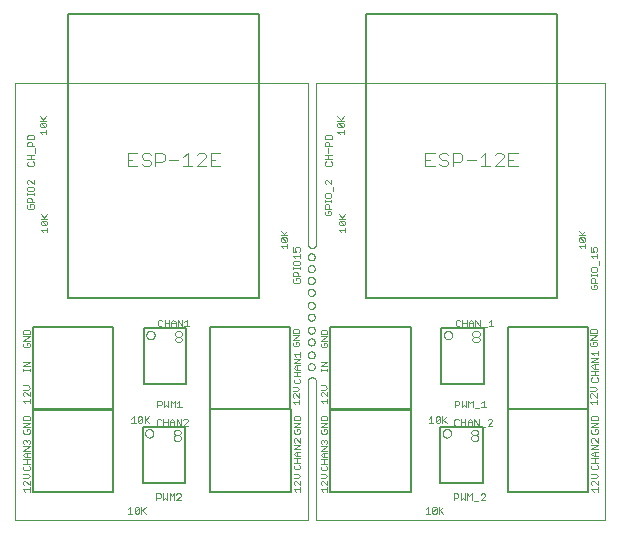
<source format=gto>
G75*
%MOIN*%
%OFA0B0*%
%FSLAX25Y25*%
%IPPOS*%
%LPD*%
%AMOC8*
5,1,8,0,0,1.08239X$1,22.5*
%
%ADD10C,0.00000*%
%ADD11C,0.00200*%
%ADD12C,0.00500*%
%ADD13C,0.00400*%
D10*
X0003787Y0004287D02*
X0003787Y0149957D01*
X0101425Y0149957D01*
X0101425Y0096413D01*
X0101427Y0096340D01*
X0101433Y0096267D01*
X0101443Y0096194D01*
X0101456Y0096122D01*
X0101474Y0096050D01*
X0101495Y0095980D01*
X0101520Y0095911D01*
X0101548Y0095844D01*
X0101580Y0095778D01*
X0101616Y0095713D01*
X0101655Y0095651D01*
X0101697Y0095591D01*
X0101742Y0095533D01*
X0101790Y0095478D01*
X0101842Y0095426D01*
X0101896Y0095376D01*
X0101952Y0095329D01*
X0102011Y0095285D01*
X0102072Y0095245D01*
X0102135Y0095208D01*
X0102200Y0095174D01*
X0102267Y0095143D01*
X0102336Y0095117D01*
X0102405Y0095094D01*
X0102476Y0095074D01*
X0102548Y0095059D01*
X0102620Y0095047D01*
X0102693Y0095039D01*
X0102766Y0095035D01*
X0102840Y0095035D01*
X0102913Y0095039D01*
X0102986Y0095047D01*
X0103058Y0095059D01*
X0103130Y0095074D01*
X0103201Y0095094D01*
X0103270Y0095117D01*
X0103339Y0095143D01*
X0103406Y0095174D01*
X0103471Y0095208D01*
X0103534Y0095245D01*
X0103595Y0095285D01*
X0103654Y0095329D01*
X0103710Y0095376D01*
X0103764Y0095426D01*
X0103816Y0095478D01*
X0103864Y0095533D01*
X0103909Y0095591D01*
X0103951Y0095651D01*
X0103990Y0095713D01*
X0104026Y0095778D01*
X0104058Y0095844D01*
X0104086Y0095911D01*
X0104111Y0095980D01*
X0104132Y0096050D01*
X0104150Y0096122D01*
X0104163Y0096194D01*
X0104173Y0096267D01*
X0104179Y0096340D01*
X0104181Y0096413D01*
X0104181Y0149957D01*
X0200638Y0149957D01*
X0200638Y0096413D01*
X0200638Y0050744D01*
X0200638Y0004287D01*
X0104181Y0004287D01*
X0104181Y0050744D01*
X0104169Y0050816D01*
X0104153Y0050888D01*
X0104133Y0050959D01*
X0104109Y0051029D01*
X0104082Y0051097D01*
X0104051Y0051164D01*
X0104016Y0051229D01*
X0103978Y0051293D01*
X0103937Y0051354D01*
X0103893Y0051413D01*
X0103846Y0051469D01*
X0103796Y0051523D01*
X0103743Y0051574D01*
X0103687Y0051622D01*
X0103629Y0051668D01*
X0103568Y0051710D01*
X0103506Y0051749D01*
X0103441Y0051784D01*
X0103375Y0051816D01*
X0103307Y0051845D01*
X0103238Y0051869D01*
X0103167Y0051891D01*
X0103095Y0051908D01*
X0103023Y0051921D01*
X0102950Y0051931D01*
X0102877Y0051937D01*
X0102803Y0051939D01*
X0102729Y0051937D01*
X0102656Y0051931D01*
X0102583Y0051921D01*
X0102511Y0051908D01*
X0102439Y0051891D01*
X0102368Y0051869D01*
X0102299Y0051845D01*
X0102231Y0051816D01*
X0102165Y0051784D01*
X0102100Y0051749D01*
X0102038Y0051710D01*
X0101977Y0051668D01*
X0101919Y0051622D01*
X0101863Y0051574D01*
X0101810Y0051523D01*
X0101760Y0051469D01*
X0101713Y0051413D01*
X0101669Y0051354D01*
X0101628Y0051293D01*
X0101590Y0051229D01*
X0101555Y0051164D01*
X0101524Y0051097D01*
X0101497Y0051029D01*
X0101473Y0050959D01*
X0101453Y0050888D01*
X0101437Y0050816D01*
X0101425Y0050744D01*
X0101425Y0004287D01*
X0003787Y0004287D01*
X0101425Y0055469D02*
X0101427Y0055538D01*
X0101433Y0055606D01*
X0101443Y0055674D01*
X0101457Y0055741D01*
X0101475Y0055808D01*
X0101496Y0055873D01*
X0101522Y0055937D01*
X0101551Y0055999D01*
X0101583Y0056059D01*
X0101619Y0056118D01*
X0101659Y0056174D01*
X0101701Y0056228D01*
X0101747Y0056279D01*
X0101796Y0056328D01*
X0101847Y0056374D01*
X0101901Y0056416D01*
X0101957Y0056456D01*
X0102015Y0056492D01*
X0102076Y0056524D01*
X0102138Y0056553D01*
X0102202Y0056579D01*
X0102267Y0056600D01*
X0102334Y0056618D01*
X0102401Y0056632D01*
X0102469Y0056642D01*
X0102537Y0056648D01*
X0102606Y0056650D01*
X0102675Y0056648D01*
X0102743Y0056642D01*
X0102811Y0056632D01*
X0102878Y0056618D01*
X0102945Y0056600D01*
X0103010Y0056579D01*
X0103074Y0056553D01*
X0103136Y0056524D01*
X0103196Y0056492D01*
X0103255Y0056456D01*
X0103311Y0056416D01*
X0103365Y0056374D01*
X0103416Y0056328D01*
X0103465Y0056279D01*
X0103511Y0056228D01*
X0103553Y0056174D01*
X0103593Y0056118D01*
X0103629Y0056059D01*
X0103661Y0055999D01*
X0103690Y0055937D01*
X0103716Y0055873D01*
X0103737Y0055808D01*
X0103755Y0055741D01*
X0103769Y0055674D01*
X0103779Y0055606D01*
X0103785Y0055538D01*
X0103787Y0055469D01*
X0103785Y0055400D01*
X0103779Y0055332D01*
X0103769Y0055264D01*
X0103755Y0055197D01*
X0103737Y0055130D01*
X0103716Y0055065D01*
X0103690Y0055001D01*
X0103661Y0054939D01*
X0103629Y0054878D01*
X0103593Y0054820D01*
X0103553Y0054764D01*
X0103511Y0054710D01*
X0103465Y0054659D01*
X0103416Y0054610D01*
X0103365Y0054564D01*
X0103311Y0054522D01*
X0103255Y0054482D01*
X0103197Y0054446D01*
X0103136Y0054414D01*
X0103074Y0054385D01*
X0103010Y0054359D01*
X0102945Y0054338D01*
X0102878Y0054320D01*
X0102811Y0054306D01*
X0102743Y0054296D01*
X0102675Y0054290D01*
X0102606Y0054288D01*
X0102537Y0054290D01*
X0102469Y0054296D01*
X0102401Y0054306D01*
X0102334Y0054320D01*
X0102267Y0054338D01*
X0102202Y0054359D01*
X0102138Y0054385D01*
X0102076Y0054414D01*
X0102015Y0054446D01*
X0101957Y0054482D01*
X0101901Y0054522D01*
X0101847Y0054564D01*
X0101796Y0054610D01*
X0101747Y0054659D01*
X0101701Y0054710D01*
X0101659Y0054764D01*
X0101619Y0054820D01*
X0101583Y0054878D01*
X0101551Y0054939D01*
X0101522Y0055001D01*
X0101496Y0055065D01*
X0101475Y0055130D01*
X0101457Y0055197D01*
X0101443Y0055264D01*
X0101433Y0055332D01*
X0101427Y0055400D01*
X0101425Y0055469D01*
X0101425Y0059406D02*
X0101427Y0059475D01*
X0101433Y0059543D01*
X0101443Y0059611D01*
X0101457Y0059678D01*
X0101475Y0059745D01*
X0101496Y0059810D01*
X0101522Y0059874D01*
X0101551Y0059936D01*
X0101583Y0059996D01*
X0101619Y0060055D01*
X0101659Y0060111D01*
X0101701Y0060165D01*
X0101747Y0060216D01*
X0101796Y0060265D01*
X0101847Y0060311D01*
X0101901Y0060353D01*
X0101957Y0060393D01*
X0102015Y0060429D01*
X0102076Y0060461D01*
X0102138Y0060490D01*
X0102202Y0060516D01*
X0102267Y0060537D01*
X0102334Y0060555D01*
X0102401Y0060569D01*
X0102469Y0060579D01*
X0102537Y0060585D01*
X0102606Y0060587D01*
X0102675Y0060585D01*
X0102743Y0060579D01*
X0102811Y0060569D01*
X0102878Y0060555D01*
X0102945Y0060537D01*
X0103010Y0060516D01*
X0103074Y0060490D01*
X0103136Y0060461D01*
X0103196Y0060429D01*
X0103255Y0060393D01*
X0103311Y0060353D01*
X0103365Y0060311D01*
X0103416Y0060265D01*
X0103465Y0060216D01*
X0103511Y0060165D01*
X0103553Y0060111D01*
X0103593Y0060055D01*
X0103629Y0059996D01*
X0103661Y0059936D01*
X0103690Y0059874D01*
X0103716Y0059810D01*
X0103737Y0059745D01*
X0103755Y0059678D01*
X0103769Y0059611D01*
X0103779Y0059543D01*
X0103785Y0059475D01*
X0103787Y0059406D01*
X0103785Y0059337D01*
X0103779Y0059269D01*
X0103769Y0059201D01*
X0103755Y0059134D01*
X0103737Y0059067D01*
X0103716Y0059002D01*
X0103690Y0058938D01*
X0103661Y0058876D01*
X0103629Y0058815D01*
X0103593Y0058757D01*
X0103553Y0058701D01*
X0103511Y0058647D01*
X0103465Y0058596D01*
X0103416Y0058547D01*
X0103365Y0058501D01*
X0103311Y0058459D01*
X0103255Y0058419D01*
X0103197Y0058383D01*
X0103136Y0058351D01*
X0103074Y0058322D01*
X0103010Y0058296D01*
X0102945Y0058275D01*
X0102878Y0058257D01*
X0102811Y0058243D01*
X0102743Y0058233D01*
X0102675Y0058227D01*
X0102606Y0058225D01*
X0102537Y0058227D01*
X0102469Y0058233D01*
X0102401Y0058243D01*
X0102334Y0058257D01*
X0102267Y0058275D01*
X0102202Y0058296D01*
X0102138Y0058322D01*
X0102076Y0058351D01*
X0102015Y0058383D01*
X0101957Y0058419D01*
X0101901Y0058459D01*
X0101847Y0058501D01*
X0101796Y0058547D01*
X0101747Y0058596D01*
X0101701Y0058647D01*
X0101659Y0058701D01*
X0101619Y0058757D01*
X0101583Y0058815D01*
X0101551Y0058876D01*
X0101522Y0058938D01*
X0101496Y0059002D01*
X0101475Y0059067D01*
X0101457Y0059134D01*
X0101443Y0059201D01*
X0101433Y0059269D01*
X0101427Y0059337D01*
X0101425Y0059406D01*
X0101425Y0063736D02*
X0101427Y0063805D01*
X0101433Y0063873D01*
X0101443Y0063941D01*
X0101457Y0064008D01*
X0101475Y0064075D01*
X0101496Y0064140D01*
X0101522Y0064204D01*
X0101551Y0064266D01*
X0101583Y0064326D01*
X0101619Y0064385D01*
X0101659Y0064441D01*
X0101701Y0064495D01*
X0101747Y0064546D01*
X0101796Y0064595D01*
X0101847Y0064641D01*
X0101901Y0064683D01*
X0101957Y0064723D01*
X0102015Y0064759D01*
X0102076Y0064791D01*
X0102138Y0064820D01*
X0102202Y0064846D01*
X0102267Y0064867D01*
X0102334Y0064885D01*
X0102401Y0064899D01*
X0102469Y0064909D01*
X0102537Y0064915D01*
X0102606Y0064917D01*
X0102675Y0064915D01*
X0102743Y0064909D01*
X0102811Y0064899D01*
X0102878Y0064885D01*
X0102945Y0064867D01*
X0103010Y0064846D01*
X0103074Y0064820D01*
X0103136Y0064791D01*
X0103196Y0064759D01*
X0103255Y0064723D01*
X0103311Y0064683D01*
X0103365Y0064641D01*
X0103416Y0064595D01*
X0103465Y0064546D01*
X0103511Y0064495D01*
X0103553Y0064441D01*
X0103593Y0064385D01*
X0103629Y0064326D01*
X0103661Y0064266D01*
X0103690Y0064204D01*
X0103716Y0064140D01*
X0103737Y0064075D01*
X0103755Y0064008D01*
X0103769Y0063941D01*
X0103779Y0063873D01*
X0103785Y0063805D01*
X0103787Y0063736D01*
X0103785Y0063667D01*
X0103779Y0063599D01*
X0103769Y0063531D01*
X0103755Y0063464D01*
X0103737Y0063397D01*
X0103716Y0063332D01*
X0103690Y0063268D01*
X0103661Y0063206D01*
X0103629Y0063145D01*
X0103593Y0063087D01*
X0103553Y0063031D01*
X0103511Y0062977D01*
X0103465Y0062926D01*
X0103416Y0062877D01*
X0103365Y0062831D01*
X0103311Y0062789D01*
X0103255Y0062749D01*
X0103197Y0062713D01*
X0103136Y0062681D01*
X0103074Y0062652D01*
X0103010Y0062626D01*
X0102945Y0062605D01*
X0102878Y0062587D01*
X0102811Y0062573D01*
X0102743Y0062563D01*
X0102675Y0062557D01*
X0102606Y0062555D01*
X0102537Y0062557D01*
X0102469Y0062563D01*
X0102401Y0062573D01*
X0102334Y0062587D01*
X0102267Y0062605D01*
X0102202Y0062626D01*
X0102138Y0062652D01*
X0102076Y0062681D01*
X0102015Y0062713D01*
X0101957Y0062749D01*
X0101901Y0062789D01*
X0101847Y0062831D01*
X0101796Y0062877D01*
X0101747Y0062926D01*
X0101701Y0062977D01*
X0101659Y0063031D01*
X0101619Y0063087D01*
X0101583Y0063145D01*
X0101551Y0063206D01*
X0101522Y0063268D01*
X0101496Y0063332D01*
X0101475Y0063397D01*
X0101457Y0063464D01*
X0101443Y0063531D01*
X0101433Y0063599D01*
X0101427Y0063667D01*
X0101425Y0063736D01*
X0101425Y0067673D02*
X0101427Y0067742D01*
X0101433Y0067810D01*
X0101443Y0067878D01*
X0101457Y0067945D01*
X0101475Y0068012D01*
X0101496Y0068077D01*
X0101522Y0068141D01*
X0101551Y0068203D01*
X0101583Y0068263D01*
X0101619Y0068322D01*
X0101659Y0068378D01*
X0101701Y0068432D01*
X0101747Y0068483D01*
X0101796Y0068532D01*
X0101847Y0068578D01*
X0101901Y0068620D01*
X0101957Y0068660D01*
X0102015Y0068696D01*
X0102076Y0068728D01*
X0102138Y0068757D01*
X0102202Y0068783D01*
X0102267Y0068804D01*
X0102334Y0068822D01*
X0102401Y0068836D01*
X0102469Y0068846D01*
X0102537Y0068852D01*
X0102606Y0068854D01*
X0102675Y0068852D01*
X0102743Y0068846D01*
X0102811Y0068836D01*
X0102878Y0068822D01*
X0102945Y0068804D01*
X0103010Y0068783D01*
X0103074Y0068757D01*
X0103136Y0068728D01*
X0103196Y0068696D01*
X0103255Y0068660D01*
X0103311Y0068620D01*
X0103365Y0068578D01*
X0103416Y0068532D01*
X0103465Y0068483D01*
X0103511Y0068432D01*
X0103553Y0068378D01*
X0103593Y0068322D01*
X0103629Y0068263D01*
X0103661Y0068203D01*
X0103690Y0068141D01*
X0103716Y0068077D01*
X0103737Y0068012D01*
X0103755Y0067945D01*
X0103769Y0067878D01*
X0103779Y0067810D01*
X0103785Y0067742D01*
X0103787Y0067673D01*
X0103785Y0067604D01*
X0103779Y0067536D01*
X0103769Y0067468D01*
X0103755Y0067401D01*
X0103737Y0067334D01*
X0103716Y0067269D01*
X0103690Y0067205D01*
X0103661Y0067143D01*
X0103629Y0067082D01*
X0103593Y0067024D01*
X0103553Y0066968D01*
X0103511Y0066914D01*
X0103465Y0066863D01*
X0103416Y0066814D01*
X0103365Y0066768D01*
X0103311Y0066726D01*
X0103255Y0066686D01*
X0103197Y0066650D01*
X0103136Y0066618D01*
X0103074Y0066589D01*
X0103010Y0066563D01*
X0102945Y0066542D01*
X0102878Y0066524D01*
X0102811Y0066510D01*
X0102743Y0066500D01*
X0102675Y0066494D01*
X0102606Y0066492D01*
X0102537Y0066494D01*
X0102469Y0066500D01*
X0102401Y0066510D01*
X0102334Y0066524D01*
X0102267Y0066542D01*
X0102202Y0066563D01*
X0102138Y0066589D01*
X0102076Y0066618D01*
X0102015Y0066650D01*
X0101957Y0066686D01*
X0101901Y0066726D01*
X0101847Y0066768D01*
X0101796Y0066814D01*
X0101747Y0066863D01*
X0101701Y0066914D01*
X0101659Y0066968D01*
X0101619Y0067024D01*
X0101583Y0067082D01*
X0101551Y0067143D01*
X0101522Y0067205D01*
X0101496Y0067269D01*
X0101475Y0067334D01*
X0101457Y0067401D01*
X0101443Y0067468D01*
X0101433Y0067536D01*
X0101427Y0067604D01*
X0101425Y0067673D01*
X0101425Y0072004D02*
X0101427Y0072073D01*
X0101433Y0072141D01*
X0101443Y0072209D01*
X0101457Y0072276D01*
X0101475Y0072343D01*
X0101496Y0072408D01*
X0101522Y0072472D01*
X0101551Y0072534D01*
X0101583Y0072594D01*
X0101619Y0072653D01*
X0101659Y0072709D01*
X0101701Y0072763D01*
X0101747Y0072814D01*
X0101796Y0072863D01*
X0101847Y0072909D01*
X0101901Y0072951D01*
X0101957Y0072991D01*
X0102015Y0073027D01*
X0102076Y0073059D01*
X0102138Y0073088D01*
X0102202Y0073114D01*
X0102267Y0073135D01*
X0102334Y0073153D01*
X0102401Y0073167D01*
X0102469Y0073177D01*
X0102537Y0073183D01*
X0102606Y0073185D01*
X0102675Y0073183D01*
X0102743Y0073177D01*
X0102811Y0073167D01*
X0102878Y0073153D01*
X0102945Y0073135D01*
X0103010Y0073114D01*
X0103074Y0073088D01*
X0103136Y0073059D01*
X0103196Y0073027D01*
X0103255Y0072991D01*
X0103311Y0072951D01*
X0103365Y0072909D01*
X0103416Y0072863D01*
X0103465Y0072814D01*
X0103511Y0072763D01*
X0103553Y0072709D01*
X0103593Y0072653D01*
X0103629Y0072594D01*
X0103661Y0072534D01*
X0103690Y0072472D01*
X0103716Y0072408D01*
X0103737Y0072343D01*
X0103755Y0072276D01*
X0103769Y0072209D01*
X0103779Y0072141D01*
X0103785Y0072073D01*
X0103787Y0072004D01*
X0103785Y0071935D01*
X0103779Y0071867D01*
X0103769Y0071799D01*
X0103755Y0071732D01*
X0103737Y0071665D01*
X0103716Y0071600D01*
X0103690Y0071536D01*
X0103661Y0071474D01*
X0103629Y0071413D01*
X0103593Y0071355D01*
X0103553Y0071299D01*
X0103511Y0071245D01*
X0103465Y0071194D01*
X0103416Y0071145D01*
X0103365Y0071099D01*
X0103311Y0071057D01*
X0103255Y0071017D01*
X0103197Y0070981D01*
X0103136Y0070949D01*
X0103074Y0070920D01*
X0103010Y0070894D01*
X0102945Y0070873D01*
X0102878Y0070855D01*
X0102811Y0070841D01*
X0102743Y0070831D01*
X0102675Y0070825D01*
X0102606Y0070823D01*
X0102537Y0070825D01*
X0102469Y0070831D01*
X0102401Y0070841D01*
X0102334Y0070855D01*
X0102267Y0070873D01*
X0102202Y0070894D01*
X0102138Y0070920D01*
X0102076Y0070949D01*
X0102015Y0070981D01*
X0101957Y0071017D01*
X0101901Y0071057D01*
X0101847Y0071099D01*
X0101796Y0071145D01*
X0101747Y0071194D01*
X0101701Y0071245D01*
X0101659Y0071299D01*
X0101619Y0071355D01*
X0101583Y0071413D01*
X0101551Y0071474D01*
X0101522Y0071536D01*
X0101496Y0071600D01*
X0101475Y0071665D01*
X0101457Y0071732D01*
X0101443Y0071799D01*
X0101433Y0071867D01*
X0101427Y0071935D01*
X0101425Y0072004D01*
X0101425Y0075941D02*
X0101427Y0076010D01*
X0101433Y0076078D01*
X0101443Y0076146D01*
X0101457Y0076213D01*
X0101475Y0076280D01*
X0101496Y0076345D01*
X0101522Y0076409D01*
X0101551Y0076471D01*
X0101583Y0076531D01*
X0101619Y0076590D01*
X0101659Y0076646D01*
X0101701Y0076700D01*
X0101747Y0076751D01*
X0101796Y0076800D01*
X0101847Y0076846D01*
X0101901Y0076888D01*
X0101957Y0076928D01*
X0102015Y0076964D01*
X0102076Y0076996D01*
X0102138Y0077025D01*
X0102202Y0077051D01*
X0102267Y0077072D01*
X0102334Y0077090D01*
X0102401Y0077104D01*
X0102469Y0077114D01*
X0102537Y0077120D01*
X0102606Y0077122D01*
X0102675Y0077120D01*
X0102743Y0077114D01*
X0102811Y0077104D01*
X0102878Y0077090D01*
X0102945Y0077072D01*
X0103010Y0077051D01*
X0103074Y0077025D01*
X0103136Y0076996D01*
X0103196Y0076964D01*
X0103255Y0076928D01*
X0103311Y0076888D01*
X0103365Y0076846D01*
X0103416Y0076800D01*
X0103465Y0076751D01*
X0103511Y0076700D01*
X0103553Y0076646D01*
X0103593Y0076590D01*
X0103629Y0076531D01*
X0103661Y0076471D01*
X0103690Y0076409D01*
X0103716Y0076345D01*
X0103737Y0076280D01*
X0103755Y0076213D01*
X0103769Y0076146D01*
X0103779Y0076078D01*
X0103785Y0076010D01*
X0103787Y0075941D01*
X0103785Y0075872D01*
X0103779Y0075804D01*
X0103769Y0075736D01*
X0103755Y0075669D01*
X0103737Y0075602D01*
X0103716Y0075537D01*
X0103690Y0075473D01*
X0103661Y0075411D01*
X0103629Y0075350D01*
X0103593Y0075292D01*
X0103553Y0075236D01*
X0103511Y0075182D01*
X0103465Y0075131D01*
X0103416Y0075082D01*
X0103365Y0075036D01*
X0103311Y0074994D01*
X0103255Y0074954D01*
X0103197Y0074918D01*
X0103136Y0074886D01*
X0103074Y0074857D01*
X0103010Y0074831D01*
X0102945Y0074810D01*
X0102878Y0074792D01*
X0102811Y0074778D01*
X0102743Y0074768D01*
X0102675Y0074762D01*
X0102606Y0074760D01*
X0102537Y0074762D01*
X0102469Y0074768D01*
X0102401Y0074778D01*
X0102334Y0074792D01*
X0102267Y0074810D01*
X0102202Y0074831D01*
X0102138Y0074857D01*
X0102076Y0074886D01*
X0102015Y0074918D01*
X0101957Y0074954D01*
X0101901Y0074994D01*
X0101847Y0075036D01*
X0101796Y0075082D01*
X0101747Y0075131D01*
X0101701Y0075182D01*
X0101659Y0075236D01*
X0101619Y0075292D01*
X0101583Y0075350D01*
X0101551Y0075411D01*
X0101522Y0075473D01*
X0101496Y0075537D01*
X0101475Y0075602D01*
X0101457Y0075669D01*
X0101443Y0075736D01*
X0101433Y0075804D01*
X0101427Y0075872D01*
X0101425Y0075941D01*
X0101425Y0080272D02*
X0101427Y0080341D01*
X0101433Y0080409D01*
X0101443Y0080477D01*
X0101457Y0080544D01*
X0101475Y0080611D01*
X0101496Y0080676D01*
X0101522Y0080740D01*
X0101551Y0080802D01*
X0101583Y0080862D01*
X0101619Y0080921D01*
X0101659Y0080977D01*
X0101701Y0081031D01*
X0101747Y0081082D01*
X0101796Y0081131D01*
X0101847Y0081177D01*
X0101901Y0081219D01*
X0101957Y0081259D01*
X0102015Y0081295D01*
X0102076Y0081327D01*
X0102138Y0081356D01*
X0102202Y0081382D01*
X0102267Y0081403D01*
X0102334Y0081421D01*
X0102401Y0081435D01*
X0102469Y0081445D01*
X0102537Y0081451D01*
X0102606Y0081453D01*
X0102675Y0081451D01*
X0102743Y0081445D01*
X0102811Y0081435D01*
X0102878Y0081421D01*
X0102945Y0081403D01*
X0103010Y0081382D01*
X0103074Y0081356D01*
X0103136Y0081327D01*
X0103196Y0081295D01*
X0103255Y0081259D01*
X0103311Y0081219D01*
X0103365Y0081177D01*
X0103416Y0081131D01*
X0103465Y0081082D01*
X0103511Y0081031D01*
X0103553Y0080977D01*
X0103593Y0080921D01*
X0103629Y0080862D01*
X0103661Y0080802D01*
X0103690Y0080740D01*
X0103716Y0080676D01*
X0103737Y0080611D01*
X0103755Y0080544D01*
X0103769Y0080477D01*
X0103779Y0080409D01*
X0103785Y0080341D01*
X0103787Y0080272D01*
X0103785Y0080203D01*
X0103779Y0080135D01*
X0103769Y0080067D01*
X0103755Y0080000D01*
X0103737Y0079933D01*
X0103716Y0079868D01*
X0103690Y0079804D01*
X0103661Y0079742D01*
X0103629Y0079681D01*
X0103593Y0079623D01*
X0103553Y0079567D01*
X0103511Y0079513D01*
X0103465Y0079462D01*
X0103416Y0079413D01*
X0103365Y0079367D01*
X0103311Y0079325D01*
X0103255Y0079285D01*
X0103197Y0079249D01*
X0103136Y0079217D01*
X0103074Y0079188D01*
X0103010Y0079162D01*
X0102945Y0079141D01*
X0102878Y0079123D01*
X0102811Y0079109D01*
X0102743Y0079099D01*
X0102675Y0079093D01*
X0102606Y0079091D01*
X0102537Y0079093D01*
X0102469Y0079099D01*
X0102401Y0079109D01*
X0102334Y0079123D01*
X0102267Y0079141D01*
X0102202Y0079162D01*
X0102138Y0079188D01*
X0102076Y0079217D01*
X0102015Y0079249D01*
X0101957Y0079285D01*
X0101901Y0079325D01*
X0101847Y0079367D01*
X0101796Y0079413D01*
X0101747Y0079462D01*
X0101701Y0079513D01*
X0101659Y0079567D01*
X0101619Y0079623D01*
X0101583Y0079681D01*
X0101551Y0079742D01*
X0101522Y0079804D01*
X0101496Y0079868D01*
X0101475Y0079933D01*
X0101457Y0080000D01*
X0101443Y0080067D01*
X0101433Y0080135D01*
X0101427Y0080203D01*
X0101425Y0080272D01*
X0101425Y0084209D02*
X0101427Y0084278D01*
X0101433Y0084346D01*
X0101443Y0084414D01*
X0101457Y0084481D01*
X0101475Y0084548D01*
X0101496Y0084613D01*
X0101522Y0084677D01*
X0101551Y0084739D01*
X0101583Y0084799D01*
X0101619Y0084858D01*
X0101659Y0084914D01*
X0101701Y0084968D01*
X0101747Y0085019D01*
X0101796Y0085068D01*
X0101847Y0085114D01*
X0101901Y0085156D01*
X0101957Y0085196D01*
X0102015Y0085232D01*
X0102076Y0085264D01*
X0102138Y0085293D01*
X0102202Y0085319D01*
X0102267Y0085340D01*
X0102334Y0085358D01*
X0102401Y0085372D01*
X0102469Y0085382D01*
X0102537Y0085388D01*
X0102606Y0085390D01*
X0102675Y0085388D01*
X0102743Y0085382D01*
X0102811Y0085372D01*
X0102878Y0085358D01*
X0102945Y0085340D01*
X0103010Y0085319D01*
X0103074Y0085293D01*
X0103136Y0085264D01*
X0103196Y0085232D01*
X0103255Y0085196D01*
X0103311Y0085156D01*
X0103365Y0085114D01*
X0103416Y0085068D01*
X0103465Y0085019D01*
X0103511Y0084968D01*
X0103553Y0084914D01*
X0103593Y0084858D01*
X0103629Y0084799D01*
X0103661Y0084739D01*
X0103690Y0084677D01*
X0103716Y0084613D01*
X0103737Y0084548D01*
X0103755Y0084481D01*
X0103769Y0084414D01*
X0103779Y0084346D01*
X0103785Y0084278D01*
X0103787Y0084209D01*
X0103785Y0084140D01*
X0103779Y0084072D01*
X0103769Y0084004D01*
X0103755Y0083937D01*
X0103737Y0083870D01*
X0103716Y0083805D01*
X0103690Y0083741D01*
X0103661Y0083679D01*
X0103629Y0083618D01*
X0103593Y0083560D01*
X0103553Y0083504D01*
X0103511Y0083450D01*
X0103465Y0083399D01*
X0103416Y0083350D01*
X0103365Y0083304D01*
X0103311Y0083262D01*
X0103255Y0083222D01*
X0103197Y0083186D01*
X0103136Y0083154D01*
X0103074Y0083125D01*
X0103010Y0083099D01*
X0102945Y0083078D01*
X0102878Y0083060D01*
X0102811Y0083046D01*
X0102743Y0083036D01*
X0102675Y0083030D01*
X0102606Y0083028D01*
X0102537Y0083030D01*
X0102469Y0083036D01*
X0102401Y0083046D01*
X0102334Y0083060D01*
X0102267Y0083078D01*
X0102202Y0083099D01*
X0102138Y0083125D01*
X0102076Y0083154D01*
X0102015Y0083186D01*
X0101957Y0083222D01*
X0101901Y0083262D01*
X0101847Y0083304D01*
X0101796Y0083350D01*
X0101747Y0083399D01*
X0101701Y0083450D01*
X0101659Y0083504D01*
X0101619Y0083560D01*
X0101583Y0083618D01*
X0101551Y0083679D01*
X0101522Y0083741D01*
X0101496Y0083805D01*
X0101475Y0083870D01*
X0101457Y0083937D01*
X0101443Y0084004D01*
X0101433Y0084072D01*
X0101427Y0084140D01*
X0101425Y0084209D01*
X0101425Y0088146D02*
X0101427Y0088215D01*
X0101433Y0088283D01*
X0101443Y0088351D01*
X0101457Y0088418D01*
X0101475Y0088485D01*
X0101496Y0088550D01*
X0101522Y0088614D01*
X0101551Y0088676D01*
X0101583Y0088736D01*
X0101619Y0088795D01*
X0101659Y0088851D01*
X0101701Y0088905D01*
X0101747Y0088956D01*
X0101796Y0089005D01*
X0101847Y0089051D01*
X0101901Y0089093D01*
X0101957Y0089133D01*
X0102015Y0089169D01*
X0102076Y0089201D01*
X0102138Y0089230D01*
X0102202Y0089256D01*
X0102267Y0089277D01*
X0102334Y0089295D01*
X0102401Y0089309D01*
X0102469Y0089319D01*
X0102537Y0089325D01*
X0102606Y0089327D01*
X0102675Y0089325D01*
X0102743Y0089319D01*
X0102811Y0089309D01*
X0102878Y0089295D01*
X0102945Y0089277D01*
X0103010Y0089256D01*
X0103074Y0089230D01*
X0103136Y0089201D01*
X0103196Y0089169D01*
X0103255Y0089133D01*
X0103311Y0089093D01*
X0103365Y0089051D01*
X0103416Y0089005D01*
X0103465Y0088956D01*
X0103511Y0088905D01*
X0103553Y0088851D01*
X0103593Y0088795D01*
X0103629Y0088736D01*
X0103661Y0088676D01*
X0103690Y0088614D01*
X0103716Y0088550D01*
X0103737Y0088485D01*
X0103755Y0088418D01*
X0103769Y0088351D01*
X0103779Y0088283D01*
X0103785Y0088215D01*
X0103787Y0088146D01*
X0103785Y0088077D01*
X0103779Y0088009D01*
X0103769Y0087941D01*
X0103755Y0087874D01*
X0103737Y0087807D01*
X0103716Y0087742D01*
X0103690Y0087678D01*
X0103661Y0087616D01*
X0103629Y0087555D01*
X0103593Y0087497D01*
X0103553Y0087441D01*
X0103511Y0087387D01*
X0103465Y0087336D01*
X0103416Y0087287D01*
X0103365Y0087241D01*
X0103311Y0087199D01*
X0103255Y0087159D01*
X0103197Y0087123D01*
X0103136Y0087091D01*
X0103074Y0087062D01*
X0103010Y0087036D01*
X0102945Y0087015D01*
X0102878Y0086997D01*
X0102811Y0086983D01*
X0102743Y0086973D01*
X0102675Y0086967D01*
X0102606Y0086965D01*
X0102537Y0086967D01*
X0102469Y0086973D01*
X0102401Y0086983D01*
X0102334Y0086997D01*
X0102267Y0087015D01*
X0102202Y0087036D01*
X0102138Y0087062D01*
X0102076Y0087091D01*
X0102015Y0087123D01*
X0101957Y0087159D01*
X0101901Y0087199D01*
X0101847Y0087241D01*
X0101796Y0087287D01*
X0101747Y0087336D01*
X0101701Y0087387D01*
X0101659Y0087441D01*
X0101619Y0087497D01*
X0101583Y0087555D01*
X0101551Y0087616D01*
X0101522Y0087678D01*
X0101496Y0087742D01*
X0101475Y0087807D01*
X0101457Y0087874D01*
X0101443Y0087941D01*
X0101433Y0088009D01*
X0101427Y0088077D01*
X0101425Y0088146D01*
X0101425Y0092083D02*
X0101427Y0092152D01*
X0101433Y0092220D01*
X0101443Y0092288D01*
X0101457Y0092355D01*
X0101475Y0092422D01*
X0101496Y0092487D01*
X0101522Y0092551D01*
X0101551Y0092613D01*
X0101583Y0092673D01*
X0101619Y0092732D01*
X0101659Y0092788D01*
X0101701Y0092842D01*
X0101747Y0092893D01*
X0101796Y0092942D01*
X0101847Y0092988D01*
X0101901Y0093030D01*
X0101957Y0093070D01*
X0102015Y0093106D01*
X0102076Y0093138D01*
X0102138Y0093167D01*
X0102202Y0093193D01*
X0102267Y0093214D01*
X0102334Y0093232D01*
X0102401Y0093246D01*
X0102469Y0093256D01*
X0102537Y0093262D01*
X0102606Y0093264D01*
X0102675Y0093262D01*
X0102743Y0093256D01*
X0102811Y0093246D01*
X0102878Y0093232D01*
X0102945Y0093214D01*
X0103010Y0093193D01*
X0103074Y0093167D01*
X0103136Y0093138D01*
X0103196Y0093106D01*
X0103255Y0093070D01*
X0103311Y0093030D01*
X0103365Y0092988D01*
X0103416Y0092942D01*
X0103465Y0092893D01*
X0103511Y0092842D01*
X0103553Y0092788D01*
X0103593Y0092732D01*
X0103629Y0092673D01*
X0103661Y0092613D01*
X0103690Y0092551D01*
X0103716Y0092487D01*
X0103737Y0092422D01*
X0103755Y0092355D01*
X0103769Y0092288D01*
X0103779Y0092220D01*
X0103785Y0092152D01*
X0103787Y0092083D01*
X0103785Y0092014D01*
X0103779Y0091946D01*
X0103769Y0091878D01*
X0103755Y0091811D01*
X0103737Y0091744D01*
X0103716Y0091679D01*
X0103690Y0091615D01*
X0103661Y0091553D01*
X0103629Y0091492D01*
X0103593Y0091434D01*
X0103553Y0091378D01*
X0103511Y0091324D01*
X0103465Y0091273D01*
X0103416Y0091224D01*
X0103365Y0091178D01*
X0103311Y0091136D01*
X0103255Y0091096D01*
X0103197Y0091060D01*
X0103136Y0091028D01*
X0103074Y0090999D01*
X0103010Y0090973D01*
X0102945Y0090952D01*
X0102878Y0090934D01*
X0102811Y0090920D01*
X0102743Y0090910D01*
X0102675Y0090904D01*
X0102606Y0090902D01*
X0102537Y0090904D01*
X0102469Y0090910D01*
X0102401Y0090920D01*
X0102334Y0090934D01*
X0102267Y0090952D01*
X0102202Y0090973D01*
X0102138Y0090999D01*
X0102076Y0091028D01*
X0102015Y0091060D01*
X0101957Y0091096D01*
X0101901Y0091136D01*
X0101847Y0091178D01*
X0101796Y0091224D01*
X0101747Y0091273D01*
X0101701Y0091324D01*
X0101659Y0091378D01*
X0101619Y0091434D01*
X0101583Y0091492D01*
X0101551Y0091553D01*
X0101522Y0091615D01*
X0101496Y0091679D01*
X0101475Y0091744D01*
X0101457Y0091811D01*
X0101443Y0091878D01*
X0101433Y0091946D01*
X0101427Y0092014D01*
X0101425Y0092083D01*
D11*
X0098784Y0092335D02*
X0096582Y0092335D01*
X0097316Y0091601D01*
X0096949Y0090859D02*
X0096582Y0090493D01*
X0096582Y0089759D01*
X0096949Y0089392D01*
X0098417Y0089392D01*
X0098784Y0089759D01*
X0098784Y0090493D01*
X0098417Y0090859D01*
X0096949Y0090859D01*
X0098784Y0091601D02*
X0098784Y0093069D01*
X0098417Y0093811D02*
X0098784Y0094178D01*
X0098784Y0094912D01*
X0098417Y0095279D01*
X0097683Y0095279D01*
X0097316Y0094912D01*
X0097316Y0094545D01*
X0097683Y0093811D01*
X0096582Y0093811D01*
X0096582Y0095279D01*
X0094690Y0095637D02*
X0092488Y0095637D01*
X0093222Y0094903D01*
X0094690Y0094903D02*
X0094690Y0096371D01*
X0094323Y0097113D02*
X0092855Y0098581D01*
X0094323Y0098581D01*
X0094690Y0098214D01*
X0094690Y0097480D01*
X0094323Y0097113D01*
X0092855Y0097113D01*
X0092488Y0097480D01*
X0092488Y0098214D01*
X0092855Y0098581D01*
X0092488Y0099323D02*
X0094690Y0099323D01*
X0093956Y0099323D02*
X0092488Y0100791D01*
X0093589Y0099690D02*
X0094690Y0100791D01*
X0107134Y0106306D02*
X0107501Y0105940D01*
X0108968Y0105940D01*
X0109335Y0106306D01*
X0109335Y0107040D01*
X0108968Y0107407D01*
X0108234Y0107407D01*
X0108234Y0106673D01*
X0107501Y0107407D02*
X0107134Y0107040D01*
X0107134Y0106306D01*
X0107134Y0108149D02*
X0107134Y0109250D01*
X0107501Y0109617D01*
X0108234Y0109617D01*
X0108601Y0109250D01*
X0108601Y0108149D01*
X0109335Y0108149D02*
X0107134Y0108149D01*
X0107134Y0110359D02*
X0107134Y0111093D01*
X0107134Y0110726D02*
X0109335Y0110726D01*
X0109335Y0110359D02*
X0109335Y0111093D01*
X0108968Y0111833D02*
X0107501Y0111833D01*
X0107134Y0112199D01*
X0107134Y0112933D01*
X0107501Y0113300D01*
X0108968Y0113300D01*
X0109335Y0112933D01*
X0109335Y0112199D01*
X0108968Y0111833D01*
X0109702Y0114042D02*
X0109702Y0115510D01*
X0109335Y0116252D02*
X0107868Y0117720D01*
X0107501Y0117720D01*
X0107134Y0117353D01*
X0107134Y0116619D01*
X0107501Y0116252D01*
X0109335Y0116252D02*
X0109335Y0117720D01*
X0109049Y0122439D02*
X0107581Y0122439D01*
X0107214Y0122806D01*
X0107214Y0123540D01*
X0107581Y0123906D01*
X0107214Y0124648D02*
X0109416Y0124648D01*
X0109049Y0123906D02*
X0109416Y0123540D01*
X0109416Y0122806D01*
X0109049Y0122439D01*
X0108315Y0124648D02*
X0108315Y0126116D01*
X0108315Y0126858D02*
X0108315Y0128326D01*
X0108682Y0129068D02*
X0108682Y0130169D01*
X0108315Y0130536D01*
X0107581Y0130536D01*
X0107214Y0130169D01*
X0107214Y0129068D01*
X0109416Y0129068D01*
X0109416Y0126116D02*
X0107214Y0126116D01*
X0107214Y0131278D02*
X0107214Y0132379D01*
X0107581Y0132746D01*
X0109049Y0132746D01*
X0109416Y0132379D01*
X0109416Y0131278D01*
X0107214Y0131278D01*
X0111308Y0133802D02*
X0113510Y0133802D01*
X0113510Y0133069D02*
X0113510Y0134536D01*
X0113143Y0135278D02*
X0111675Y0136746D01*
X0113143Y0136746D01*
X0113510Y0136379D01*
X0113510Y0135645D01*
X0113143Y0135278D01*
X0111675Y0135278D01*
X0111308Y0135645D01*
X0111308Y0136379D01*
X0111675Y0136746D01*
X0111308Y0137488D02*
X0113510Y0137488D01*
X0112776Y0137488D02*
X0111308Y0138956D01*
X0112409Y0137855D02*
X0113510Y0138956D01*
X0111308Y0133802D02*
X0112042Y0133069D01*
X0111700Y0106303D02*
X0113168Y0104835D01*
X0112801Y0105202D02*
X0113902Y0106303D01*
X0113902Y0104835D02*
X0111700Y0104835D01*
X0112067Y0104093D02*
X0113535Y0102625D01*
X0113902Y0102992D01*
X0113902Y0103726D01*
X0113535Y0104093D01*
X0112067Y0104093D01*
X0111700Y0103726D01*
X0111700Y0102992D01*
X0112067Y0102625D01*
X0113535Y0102625D01*
X0113902Y0101883D02*
X0113902Y0100415D01*
X0113902Y0101149D02*
X0111700Y0101149D01*
X0112434Y0100415D01*
X0098784Y0088652D02*
X0098784Y0087918D01*
X0098784Y0088285D02*
X0096582Y0088285D01*
X0096582Y0087918D02*
X0096582Y0088652D01*
X0096949Y0087176D02*
X0097683Y0087176D01*
X0098050Y0086809D01*
X0098050Y0085708D01*
X0098784Y0085708D02*
X0096582Y0085708D01*
X0096582Y0086809D01*
X0096949Y0087176D01*
X0096949Y0084966D02*
X0096582Y0084599D01*
X0096582Y0083866D01*
X0096949Y0083499D01*
X0098417Y0083499D01*
X0098784Y0083866D01*
X0098784Y0084599D01*
X0098417Y0084966D01*
X0097683Y0084966D01*
X0097683Y0084233D01*
X0098202Y0068212D02*
X0096734Y0068212D01*
X0096367Y0067845D01*
X0096367Y0066744D01*
X0098569Y0066744D01*
X0098569Y0067845D01*
X0098202Y0068212D01*
X0098569Y0066002D02*
X0096367Y0066002D01*
X0096367Y0064535D02*
X0098569Y0066002D01*
X0098569Y0064535D02*
X0096367Y0064535D01*
X0096734Y0063793D02*
X0096367Y0063426D01*
X0096367Y0062692D01*
X0096734Y0062325D01*
X0098202Y0062325D01*
X0098569Y0062692D01*
X0098569Y0063426D01*
X0098202Y0063793D01*
X0097468Y0063793D01*
X0097468Y0063059D01*
X0098963Y0060351D02*
X0098963Y0058883D01*
X0098963Y0059617D02*
X0096761Y0059617D01*
X0097495Y0058883D01*
X0096761Y0058141D02*
X0098963Y0058141D01*
X0096761Y0056673D01*
X0098963Y0056673D01*
X0098963Y0055931D02*
X0097495Y0055931D01*
X0096761Y0055198D01*
X0097495Y0054464D01*
X0098963Y0054464D01*
X0098963Y0053722D02*
X0096761Y0053722D01*
X0097862Y0053722D02*
X0097862Y0052254D01*
X0097128Y0051512D02*
X0096761Y0051145D01*
X0096761Y0050411D01*
X0097128Y0050044D01*
X0098596Y0050044D01*
X0098963Y0050411D01*
X0098963Y0051145D01*
X0098596Y0051512D01*
X0098963Y0052254D02*
X0096761Y0052254D01*
X0097862Y0054464D02*
X0097862Y0055931D01*
X0105816Y0055594D02*
X0108018Y0057062D01*
X0105816Y0057062D01*
X0105816Y0055594D02*
X0108018Y0055594D01*
X0108018Y0054855D02*
X0108018Y0054121D01*
X0108018Y0054488D02*
X0105816Y0054488D01*
X0105816Y0054121D02*
X0105816Y0054855D01*
X0105816Y0049251D02*
X0107284Y0049251D01*
X0108018Y0048517D01*
X0107284Y0047784D01*
X0105816Y0047784D01*
X0106183Y0047042D02*
X0105816Y0046675D01*
X0105816Y0045941D01*
X0106183Y0045574D01*
X0106183Y0047042D02*
X0106550Y0047042D01*
X0108018Y0045574D01*
X0108018Y0047042D01*
X0108018Y0044832D02*
X0108018Y0043364D01*
X0108018Y0044098D02*
X0105816Y0044098D01*
X0106550Y0043364D01*
X0106183Y0039078D02*
X0105816Y0038712D01*
X0105816Y0037611D01*
X0108018Y0037611D01*
X0108018Y0038712D01*
X0107651Y0039078D01*
X0106183Y0039078D01*
X0105816Y0036869D02*
X0108018Y0036869D01*
X0105816Y0035401D01*
X0108018Y0035401D01*
X0107651Y0034659D02*
X0106917Y0034659D01*
X0106917Y0033925D01*
X0106183Y0034659D02*
X0105816Y0034292D01*
X0105816Y0033558D01*
X0106183Y0033191D01*
X0107651Y0033191D01*
X0108018Y0033558D01*
X0108018Y0034292D01*
X0107651Y0034659D01*
X0107651Y0031217D02*
X0108018Y0030850D01*
X0108018Y0030116D01*
X0107651Y0029749D01*
X0108018Y0029007D02*
X0105816Y0029007D01*
X0106183Y0029749D02*
X0105816Y0030116D01*
X0105816Y0030850D01*
X0106183Y0031217D01*
X0106550Y0031217D01*
X0106917Y0030850D01*
X0107284Y0031217D01*
X0107651Y0031217D01*
X0106917Y0030850D02*
X0106917Y0030483D01*
X0108018Y0029007D02*
X0105816Y0027540D01*
X0108018Y0027540D01*
X0108018Y0026798D02*
X0106550Y0026798D01*
X0105816Y0026064D01*
X0106550Y0025330D01*
X0108018Y0025330D01*
X0108018Y0024588D02*
X0105816Y0024588D01*
X0106917Y0024588D02*
X0106917Y0023120D01*
X0106183Y0022378D02*
X0105816Y0022011D01*
X0105816Y0021277D01*
X0106183Y0020910D01*
X0107651Y0020910D01*
X0108018Y0021277D01*
X0108018Y0022011D01*
X0107651Y0022378D01*
X0108018Y0023120D02*
X0105816Y0023120D01*
X0106917Y0025330D02*
X0106917Y0026798D01*
X0107284Y0019724D02*
X0105816Y0019724D01*
X0105816Y0018256D02*
X0107284Y0018256D01*
X0108018Y0018990D01*
X0107284Y0019724D01*
X0106550Y0017514D02*
X0106183Y0017514D01*
X0105816Y0017147D01*
X0105816Y0016413D01*
X0106183Y0016046D01*
X0106550Y0017514D02*
X0108018Y0016046D01*
X0108018Y0017514D01*
X0108018Y0015304D02*
X0108018Y0013836D01*
X0108018Y0014570D02*
X0105816Y0014570D01*
X0106550Y0013836D01*
X0098963Y0013836D02*
X0098963Y0015304D01*
X0098963Y0014570D02*
X0096761Y0014570D01*
X0097495Y0013836D01*
X0097128Y0016046D02*
X0096761Y0016413D01*
X0096761Y0017147D01*
X0097128Y0017514D01*
X0097495Y0017514D01*
X0098963Y0016046D01*
X0098963Y0017514D01*
X0098229Y0018256D02*
X0098963Y0018990D01*
X0098229Y0019724D01*
X0096761Y0019724D01*
X0096761Y0018256D02*
X0098229Y0018256D01*
X0098596Y0021304D02*
X0097128Y0021304D01*
X0096761Y0021671D01*
X0096761Y0022405D01*
X0097128Y0022772D01*
X0096761Y0023514D02*
X0098963Y0023514D01*
X0098596Y0022772D02*
X0098963Y0022405D01*
X0098963Y0021671D01*
X0098596Y0021304D01*
X0097862Y0023514D02*
X0097862Y0024981D01*
X0097862Y0025723D02*
X0097862Y0027191D01*
X0097495Y0027191D02*
X0098963Y0027191D01*
X0098963Y0027933D02*
X0096761Y0027933D01*
X0098963Y0029401D01*
X0096761Y0029401D01*
X0097128Y0030143D02*
X0096761Y0030510D01*
X0096761Y0031244D01*
X0097128Y0031611D01*
X0097495Y0031611D01*
X0098963Y0030143D01*
X0098963Y0031611D01*
X0098596Y0033191D02*
X0098963Y0033558D01*
X0098963Y0034292D01*
X0098596Y0034659D01*
X0097862Y0034659D01*
X0097862Y0033925D01*
X0097128Y0034659D02*
X0096761Y0034292D01*
X0096761Y0033558D01*
X0097128Y0033191D01*
X0098596Y0033191D01*
X0098963Y0035401D02*
X0096761Y0035401D01*
X0098963Y0036869D01*
X0096761Y0036869D01*
X0096761Y0037611D02*
X0096761Y0038712D01*
X0097128Y0039078D01*
X0098596Y0039078D01*
X0098963Y0038712D01*
X0098963Y0037611D01*
X0096761Y0037611D01*
X0097101Y0042970D02*
X0096367Y0043704D01*
X0098569Y0043704D01*
X0098569Y0042970D02*
X0098569Y0044438D01*
X0098569Y0045180D02*
X0097101Y0046648D01*
X0096734Y0046648D01*
X0096367Y0046281D01*
X0096367Y0045547D01*
X0096734Y0045180D01*
X0098569Y0045180D02*
X0098569Y0046648D01*
X0097835Y0047390D02*
X0098569Y0048124D01*
X0097835Y0048858D01*
X0096367Y0048858D01*
X0096367Y0047390D02*
X0097835Y0047390D01*
X0106183Y0061931D02*
X0107651Y0061931D01*
X0108018Y0062298D01*
X0108018Y0063032D01*
X0107651Y0063399D01*
X0106917Y0063399D01*
X0106917Y0062665D01*
X0106183Y0063399D02*
X0105816Y0063032D01*
X0105816Y0062298D01*
X0106183Y0061931D01*
X0105816Y0064141D02*
X0108018Y0065609D01*
X0105816Y0065609D01*
X0105816Y0066351D02*
X0105816Y0067452D01*
X0106183Y0067819D01*
X0107651Y0067819D01*
X0108018Y0067452D01*
X0108018Y0066351D01*
X0105816Y0066351D01*
X0105816Y0064141D02*
X0108018Y0064141D01*
X0141860Y0038158D02*
X0142594Y0038892D01*
X0142594Y0036691D01*
X0141860Y0036691D02*
X0143328Y0036691D01*
X0144070Y0037058D02*
X0144070Y0038525D01*
X0144437Y0038892D01*
X0145171Y0038892D01*
X0145538Y0038525D01*
X0144070Y0037058D01*
X0144437Y0036691D01*
X0145171Y0036691D01*
X0145538Y0037058D01*
X0145538Y0038525D01*
X0146280Y0038892D02*
X0146280Y0036691D01*
X0146280Y0037425D02*
X0147748Y0038892D01*
X0146647Y0037791D02*
X0147748Y0036691D01*
X0150336Y0036213D02*
X0150703Y0035846D01*
X0151437Y0035846D01*
X0151804Y0036213D01*
X0152546Y0035846D02*
X0152546Y0038048D01*
X0151804Y0037681D02*
X0151437Y0038048D01*
X0150703Y0038048D01*
X0150336Y0037681D01*
X0150336Y0036213D01*
X0152546Y0036947D02*
X0154014Y0036947D01*
X0154756Y0036947D02*
X0156224Y0036947D01*
X0156224Y0037314D02*
X0156224Y0035846D01*
X0156966Y0035846D02*
X0156966Y0038048D01*
X0158434Y0035846D01*
X0158434Y0038048D01*
X0156224Y0037314D02*
X0155490Y0038048D01*
X0154756Y0037314D01*
X0154756Y0035846D01*
X0154014Y0035846D02*
X0154014Y0038048D01*
X0157151Y0041599D02*
X0158619Y0041599D01*
X0159361Y0041966D02*
X0160829Y0041966D01*
X0160095Y0041966D02*
X0160095Y0044168D01*
X0159361Y0043434D01*
X0156409Y0044168D02*
X0156409Y0041966D01*
X0154941Y0041966D02*
X0154941Y0044168D01*
X0155675Y0043434D01*
X0156409Y0044168D01*
X0154199Y0044168D02*
X0154199Y0041966D01*
X0153465Y0042700D01*
X0152731Y0041966D01*
X0152731Y0044168D01*
X0151989Y0043801D02*
X0151989Y0043067D01*
X0151622Y0042700D01*
X0150521Y0042700D01*
X0150521Y0041966D02*
X0150521Y0044168D01*
X0151622Y0044168D01*
X0151989Y0043801D01*
X0161386Y0037681D02*
X0161753Y0038048D01*
X0162487Y0038048D01*
X0162854Y0037681D01*
X0162854Y0037314D01*
X0161386Y0035846D01*
X0162854Y0035846D01*
X0160644Y0035479D02*
X0159176Y0035479D01*
X0146424Y0033277D02*
X0146426Y0033352D01*
X0146432Y0033426D01*
X0146442Y0033500D01*
X0146456Y0033573D01*
X0146473Y0033645D01*
X0146495Y0033717D01*
X0146520Y0033787D01*
X0146549Y0033855D01*
X0146582Y0033923D01*
X0146618Y0033988D01*
X0146657Y0034051D01*
X0146700Y0034112D01*
X0146746Y0034171D01*
X0146795Y0034227D01*
X0146847Y0034280D01*
X0146902Y0034331D01*
X0146959Y0034378D01*
X0147019Y0034423D01*
X0147081Y0034464D01*
X0147146Y0034502D01*
X0147212Y0034536D01*
X0147280Y0034567D01*
X0147349Y0034594D01*
X0147420Y0034617D01*
X0147492Y0034637D01*
X0147565Y0034653D01*
X0147638Y0034665D01*
X0147712Y0034673D01*
X0147787Y0034677D01*
X0147861Y0034677D01*
X0147936Y0034673D01*
X0148010Y0034665D01*
X0148083Y0034653D01*
X0148156Y0034637D01*
X0148228Y0034617D01*
X0148299Y0034594D01*
X0148368Y0034567D01*
X0148436Y0034536D01*
X0148502Y0034502D01*
X0148567Y0034464D01*
X0148629Y0034423D01*
X0148689Y0034378D01*
X0148746Y0034331D01*
X0148801Y0034280D01*
X0148853Y0034227D01*
X0148902Y0034171D01*
X0148948Y0034112D01*
X0148991Y0034051D01*
X0149030Y0033988D01*
X0149066Y0033923D01*
X0149099Y0033855D01*
X0149128Y0033787D01*
X0149153Y0033717D01*
X0149175Y0033645D01*
X0149192Y0033573D01*
X0149206Y0033500D01*
X0149216Y0033426D01*
X0149222Y0033352D01*
X0149224Y0033277D01*
X0149222Y0033202D01*
X0149216Y0033128D01*
X0149206Y0033054D01*
X0149192Y0032981D01*
X0149175Y0032909D01*
X0149153Y0032837D01*
X0149128Y0032767D01*
X0149099Y0032699D01*
X0149066Y0032631D01*
X0149030Y0032566D01*
X0148991Y0032503D01*
X0148948Y0032442D01*
X0148902Y0032383D01*
X0148853Y0032327D01*
X0148801Y0032274D01*
X0148746Y0032223D01*
X0148689Y0032176D01*
X0148629Y0032131D01*
X0148567Y0032090D01*
X0148502Y0032052D01*
X0148436Y0032018D01*
X0148368Y0031987D01*
X0148299Y0031960D01*
X0148228Y0031937D01*
X0148156Y0031917D01*
X0148083Y0031901D01*
X0148010Y0031889D01*
X0147936Y0031881D01*
X0147861Y0031877D01*
X0147787Y0031877D01*
X0147712Y0031881D01*
X0147638Y0031889D01*
X0147565Y0031901D01*
X0147492Y0031917D01*
X0147420Y0031937D01*
X0147349Y0031960D01*
X0147280Y0031987D01*
X0147212Y0032018D01*
X0147146Y0032052D01*
X0147081Y0032090D01*
X0147019Y0032131D01*
X0146959Y0032176D01*
X0146902Y0032223D01*
X0146847Y0032274D01*
X0146795Y0032327D01*
X0146746Y0032383D01*
X0146700Y0032442D01*
X0146657Y0032503D01*
X0146618Y0032566D01*
X0146582Y0032631D01*
X0146549Y0032699D01*
X0146520Y0032767D01*
X0146495Y0032837D01*
X0146473Y0032909D01*
X0146456Y0032981D01*
X0146442Y0033054D01*
X0146432Y0033128D01*
X0146426Y0033202D01*
X0146424Y0033277D01*
X0150206Y0013223D02*
X0151307Y0013223D01*
X0151674Y0012856D01*
X0151674Y0012122D01*
X0151307Y0011755D01*
X0150206Y0011755D01*
X0150206Y0011021D02*
X0150206Y0013223D01*
X0152416Y0013223D02*
X0152416Y0011021D01*
X0153150Y0011755D01*
X0153884Y0011021D01*
X0153884Y0013223D01*
X0154626Y0013223D02*
X0155360Y0012489D01*
X0156094Y0013223D01*
X0156094Y0011021D01*
X0156836Y0010654D02*
X0158304Y0010654D01*
X0159046Y0011021D02*
X0160514Y0012489D01*
X0160514Y0012856D01*
X0160147Y0013223D01*
X0159413Y0013223D01*
X0159046Y0012856D01*
X0159046Y0011021D02*
X0160514Y0011021D01*
X0154626Y0011021D02*
X0154626Y0013223D01*
X0146645Y0008735D02*
X0145177Y0007267D01*
X0145544Y0007634D02*
X0146645Y0006533D01*
X0145177Y0006533D02*
X0145177Y0008735D01*
X0144435Y0008368D02*
X0144068Y0008735D01*
X0143334Y0008735D01*
X0142967Y0008368D01*
X0142967Y0006900D01*
X0144435Y0008368D01*
X0144435Y0006900D01*
X0144068Y0006533D01*
X0143334Y0006533D01*
X0142967Y0006900D01*
X0142225Y0006533D02*
X0140757Y0006533D01*
X0141491Y0006533D02*
X0141491Y0008735D01*
X0140757Y0008001D01*
X0098963Y0024981D02*
X0096761Y0024981D01*
X0097495Y0025723D02*
X0096761Y0026457D01*
X0097495Y0027191D01*
X0097495Y0025723D02*
X0098963Y0025723D01*
X0061431Y0035846D02*
X0059963Y0035846D01*
X0061431Y0037314D01*
X0061431Y0037681D01*
X0061064Y0038048D01*
X0060330Y0038048D01*
X0059963Y0037681D01*
X0059221Y0038048D02*
X0059221Y0035846D01*
X0057753Y0038048D01*
X0057753Y0035846D01*
X0057011Y0035846D02*
X0057011Y0037314D01*
X0056277Y0038048D01*
X0055543Y0037314D01*
X0055543Y0035846D01*
X0054801Y0035846D02*
X0054801Y0038048D01*
X0054801Y0036947D02*
X0053334Y0036947D01*
X0052592Y0036213D02*
X0052225Y0035846D01*
X0051491Y0035846D01*
X0051124Y0036213D01*
X0051124Y0037681D01*
X0051491Y0038048D01*
X0052225Y0038048D01*
X0052592Y0037681D01*
X0053334Y0038048D02*
X0053334Y0035846D01*
X0055543Y0036947D02*
X0057011Y0036947D01*
X0057196Y0041966D02*
X0057196Y0044168D01*
X0056462Y0043434D01*
X0055728Y0044168D01*
X0055728Y0041966D01*
X0054986Y0041966D02*
X0054986Y0044168D01*
X0053519Y0044168D02*
X0053519Y0041966D01*
X0054252Y0042700D01*
X0054986Y0041966D01*
X0052777Y0043067D02*
X0052777Y0043801D01*
X0052410Y0044168D01*
X0051309Y0044168D01*
X0051309Y0041966D01*
X0051309Y0042700D02*
X0052410Y0042700D01*
X0052777Y0043067D01*
X0048535Y0038892D02*
X0047067Y0037425D01*
X0047434Y0037791D02*
X0048535Y0036691D01*
X0047067Y0036691D02*
X0047067Y0038892D01*
X0046325Y0038525D02*
X0044857Y0037058D01*
X0045224Y0036691D01*
X0045958Y0036691D01*
X0046325Y0037058D01*
X0046325Y0038525D01*
X0045958Y0038892D01*
X0045224Y0038892D01*
X0044857Y0038525D01*
X0044857Y0037058D01*
X0044115Y0036691D02*
X0042647Y0036691D01*
X0043381Y0036691D02*
X0043381Y0038892D01*
X0042647Y0038158D01*
X0047212Y0033277D02*
X0047214Y0033352D01*
X0047220Y0033426D01*
X0047230Y0033500D01*
X0047244Y0033573D01*
X0047261Y0033645D01*
X0047283Y0033717D01*
X0047308Y0033787D01*
X0047337Y0033855D01*
X0047370Y0033923D01*
X0047406Y0033988D01*
X0047445Y0034051D01*
X0047488Y0034112D01*
X0047534Y0034171D01*
X0047583Y0034227D01*
X0047635Y0034280D01*
X0047690Y0034331D01*
X0047747Y0034378D01*
X0047807Y0034423D01*
X0047869Y0034464D01*
X0047934Y0034502D01*
X0048000Y0034536D01*
X0048068Y0034567D01*
X0048137Y0034594D01*
X0048208Y0034617D01*
X0048280Y0034637D01*
X0048353Y0034653D01*
X0048426Y0034665D01*
X0048500Y0034673D01*
X0048575Y0034677D01*
X0048649Y0034677D01*
X0048724Y0034673D01*
X0048798Y0034665D01*
X0048871Y0034653D01*
X0048944Y0034637D01*
X0049016Y0034617D01*
X0049087Y0034594D01*
X0049156Y0034567D01*
X0049224Y0034536D01*
X0049290Y0034502D01*
X0049355Y0034464D01*
X0049417Y0034423D01*
X0049477Y0034378D01*
X0049534Y0034331D01*
X0049589Y0034280D01*
X0049641Y0034227D01*
X0049690Y0034171D01*
X0049736Y0034112D01*
X0049779Y0034051D01*
X0049818Y0033988D01*
X0049854Y0033923D01*
X0049887Y0033855D01*
X0049916Y0033787D01*
X0049941Y0033717D01*
X0049963Y0033645D01*
X0049980Y0033573D01*
X0049994Y0033500D01*
X0050004Y0033426D01*
X0050010Y0033352D01*
X0050012Y0033277D01*
X0050010Y0033202D01*
X0050004Y0033128D01*
X0049994Y0033054D01*
X0049980Y0032981D01*
X0049963Y0032909D01*
X0049941Y0032837D01*
X0049916Y0032767D01*
X0049887Y0032699D01*
X0049854Y0032631D01*
X0049818Y0032566D01*
X0049779Y0032503D01*
X0049736Y0032442D01*
X0049690Y0032383D01*
X0049641Y0032327D01*
X0049589Y0032274D01*
X0049534Y0032223D01*
X0049477Y0032176D01*
X0049417Y0032131D01*
X0049355Y0032090D01*
X0049290Y0032052D01*
X0049224Y0032018D01*
X0049156Y0031987D01*
X0049087Y0031960D01*
X0049016Y0031937D01*
X0048944Y0031917D01*
X0048871Y0031901D01*
X0048798Y0031889D01*
X0048724Y0031881D01*
X0048649Y0031877D01*
X0048575Y0031877D01*
X0048500Y0031881D01*
X0048426Y0031889D01*
X0048353Y0031901D01*
X0048280Y0031917D01*
X0048208Y0031937D01*
X0048137Y0031960D01*
X0048068Y0031987D01*
X0048000Y0032018D01*
X0047934Y0032052D01*
X0047869Y0032090D01*
X0047807Y0032131D01*
X0047747Y0032176D01*
X0047690Y0032223D01*
X0047635Y0032274D01*
X0047583Y0032327D01*
X0047534Y0032383D01*
X0047488Y0032442D01*
X0047445Y0032503D01*
X0047406Y0032566D01*
X0047370Y0032631D01*
X0047337Y0032699D01*
X0047308Y0032767D01*
X0047283Y0032837D01*
X0047261Y0032909D01*
X0047244Y0032981D01*
X0047230Y0033054D01*
X0047220Y0033128D01*
X0047214Y0033202D01*
X0047212Y0033277D01*
X0057938Y0041966D02*
X0059406Y0041966D01*
X0058672Y0041966D02*
X0058672Y0044168D01*
X0057938Y0043434D01*
X0047606Y0066033D02*
X0047608Y0066108D01*
X0047614Y0066182D01*
X0047624Y0066256D01*
X0047638Y0066329D01*
X0047655Y0066401D01*
X0047677Y0066473D01*
X0047702Y0066543D01*
X0047731Y0066611D01*
X0047764Y0066679D01*
X0047800Y0066744D01*
X0047839Y0066807D01*
X0047882Y0066868D01*
X0047928Y0066927D01*
X0047977Y0066983D01*
X0048029Y0067036D01*
X0048084Y0067087D01*
X0048141Y0067134D01*
X0048201Y0067179D01*
X0048263Y0067220D01*
X0048328Y0067258D01*
X0048394Y0067292D01*
X0048462Y0067323D01*
X0048531Y0067350D01*
X0048602Y0067373D01*
X0048674Y0067393D01*
X0048747Y0067409D01*
X0048820Y0067421D01*
X0048894Y0067429D01*
X0048969Y0067433D01*
X0049043Y0067433D01*
X0049118Y0067429D01*
X0049192Y0067421D01*
X0049265Y0067409D01*
X0049338Y0067393D01*
X0049410Y0067373D01*
X0049481Y0067350D01*
X0049550Y0067323D01*
X0049618Y0067292D01*
X0049684Y0067258D01*
X0049749Y0067220D01*
X0049811Y0067179D01*
X0049871Y0067134D01*
X0049928Y0067087D01*
X0049983Y0067036D01*
X0050035Y0066983D01*
X0050084Y0066927D01*
X0050130Y0066868D01*
X0050173Y0066807D01*
X0050212Y0066744D01*
X0050248Y0066679D01*
X0050281Y0066611D01*
X0050310Y0066543D01*
X0050335Y0066473D01*
X0050357Y0066401D01*
X0050374Y0066329D01*
X0050388Y0066256D01*
X0050398Y0066182D01*
X0050404Y0066108D01*
X0050406Y0066033D01*
X0050404Y0065958D01*
X0050398Y0065884D01*
X0050388Y0065810D01*
X0050374Y0065737D01*
X0050357Y0065665D01*
X0050335Y0065593D01*
X0050310Y0065523D01*
X0050281Y0065455D01*
X0050248Y0065387D01*
X0050212Y0065322D01*
X0050173Y0065259D01*
X0050130Y0065198D01*
X0050084Y0065139D01*
X0050035Y0065083D01*
X0049983Y0065030D01*
X0049928Y0064979D01*
X0049871Y0064932D01*
X0049811Y0064887D01*
X0049749Y0064846D01*
X0049684Y0064808D01*
X0049618Y0064774D01*
X0049550Y0064743D01*
X0049481Y0064716D01*
X0049410Y0064693D01*
X0049338Y0064673D01*
X0049265Y0064657D01*
X0049192Y0064645D01*
X0049118Y0064637D01*
X0049043Y0064633D01*
X0048969Y0064633D01*
X0048894Y0064637D01*
X0048820Y0064645D01*
X0048747Y0064657D01*
X0048674Y0064673D01*
X0048602Y0064693D01*
X0048531Y0064716D01*
X0048462Y0064743D01*
X0048394Y0064774D01*
X0048328Y0064808D01*
X0048263Y0064846D01*
X0048201Y0064887D01*
X0048141Y0064932D01*
X0048084Y0064979D01*
X0048029Y0065030D01*
X0047977Y0065083D01*
X0047928Y0065139D01*
X0047882Y0065198D01*
X0047839Y0065259D01*
X0047800Y0065322D01*
X0047764Y0065387D01*
X0047731Y0065455D01*
X0047702Y0065523D01*
X0047677Y0065593D01*
X0047655Y0065665D01*
X0047638Y0065737D01*
X0047624Y0065810D01*
X0047614Y0065884D01*
X0047608Y0065958D01*
X0047606Y0066033D01*
X0051517Y0069363D02*
X0051884Y0068996D01*
X0052618Y0068996D01*
X0052985Y0069363D01*
X0053727Y0068996D02*
X0053727Y0071198D01*
X0052985Y0070831D02*
X0052618Y0071198D01*
X0051884Y0071198D01*
X0051517Y0070831D01*
X0051517Y0069363D01*
X0053727Y0070097D02*
X0055195Y0070097D01*
X0055937Y0070097D02*
X0057405Y0070097D01*
X0057405Y0070464D02*
X0057405Y0068996D01*
X0058147Y0068996D02*
X0058147Y0071198D01*
X0059615Y0068996D01*
X0059615Y0071198D01*
X0060357Y0070464D02*
X0061091Y0071198D01*
X0061091Y0068996D01*
X0060357Y0068996D02*
X0061825Y0068996D01*
X0057405Y0070464D02*
X0056671Y0071198D01*
X0055937Y0070464D01*
X0055937Y0068996D01*
X0055195Y0068996D02*
X0055195Y0071198D01*
X0014690Y0100415D02*
X0014690Y0101883D01*
X0014690Y0101149D02*
X0012488Y0101149D01*
X0013222Y0100415D01*
X0012855Y0102625D02*
X0012488Y0102992D01*
X0012488Y0103726D01*
X0012855Y0104093D01*
X0014323Y0102625D01*
X0014690Y0102992D01*
X0014690Y0103726D01*
X0014323Y0104093D01*
X0012855Y0104093D01*
X0012488Y0104835D02*
X0014690Y0104835D01*
X0013956Y0104835D02*
X0012488Y0106303D01*
X0013589Y0105202D02*
X0014690Y0106303D01*
X0014323Y0102625D02*
X0012855Y0102625D01*
X0009756Y0108149D02*
X0010123Y0108516D01*
X0010123Y0109250D01*
X0009756Y0109617D01*
X0009022Y0109617D01*
X0009022Y0108883D01*
X0008288Y0108149D02*
X0009756Y0108149D01*
X0008288Y0108149D02*
X0007921Y0108516D01*
X0007921Y0109250D01*
X0008288Y0109617D01*
X0007921Y0110359D02*
X0007921Y0111460D01*
X0008288Y0111827D01*
X0009022Y0111827D01*
X0009389Y0111460D01*
X0009389Y0110359D01*
X0010123Y0110359D02*
X0007921Y0110359D01*
X0007921Y0112569D02*
X0007921Y0113303D01*
X0007921Y0112936D02*
X0010123Y0112936D01*
X0010123Y0112569D02*
X0010123Y0113303D01*
X0009756Y0114042D02*
X0010123Y0114409D01*
X0010123Y0115143D01*
X0009756Y0115510D01*
X0008288Y0115510D01*
X0007921Y0115143D01*
X0007921Y0114409D01*
X0008288Y0114042D01*
X0009756Y0114042D01*
X0010123Y0116252D02*
X0008655Y0117720D01*
X0008288Y0117720D01*
X0007921Y0117353D01*
X0007921Y0116619D01*
X0008288Y0116252D01*
X0010123Y0116252D02*
X0010123Y0117720D01*
X0009836Y0122439D02*
X0010203Y0122806D01*
X0010203Y0123540D01*
X0009836Y0123906D01*
X0010203Y0124648D02*
X0008001Y0124648D01*
X0008368Y0123906D02*
X0008001Y0123540D01*
X0008001Y0122806D01*
X0008368Y0122439D01*
X0009836Y0122439D01*
X0009102Y0124648D02*
X0009102Y0126116D01*
X0008001Y0126116D02*
X0010203Y0126116D01*
X0010570Y0126858D02*
X0010570Y0128326D01*
X0010203Y0129068D02*
X0008001Y0129068D01*
X0008001Y0130169D01*
X0008368Y0130536D01*
X0009102Y0130536D01*
X0009469Y0130169D01*
X0009469Y0129068D01*
X0010203Y0131278D02*
X0008001Y0131278D01*
X0008001Y0132379D01*
X0008368Y0132746D01*
X0009836Y0132746D01*
X0010203Y0132379D01*
X0010203Y0131278D01*
X0012096Y0133802D02*
X0014298Y0133802D01*
X0014298Y0133069D02*
X0014298Y0134536D01*
X0013931Y0135278D02*
X0012463Y0136746D01*
X0013931Y0136746D01*
X0014298Y0136379D01*
X0014298Y0135645D01*
X0013931Y0135278D01*
X0012463Y0135278D01*
X0012096Y0135645D01*
X0012096Y0136379D01*
X0012463Y0136746D01*
X0012096Y0137488D02*
X0014298Y0137488D01*
X0013564Y0137488D02*
X0012096Y0138956D01*
X0013197Y0137855D02*
X0014298Y0138956D01*
X0012096Y0133802D02*
X0012830Y0133069D01*
X0008439Y0067819D02*
X0006971Y0067819D01*
X0006604Y0067452D01*
X0006604Y0066351D01*
X0008806Y0066351D01*
X0008806Y0067452D01*
X0008439Y0067819D01*
X0008806Y0065609D02*
X0006604Y0065609D01*
X0006604Y0064141D02*
X0008806Y0065609D01*
X0008806Y0064141D02*
X0006604Y0064141D01*
X0006971Y0063399D02*
X0006604Y0063032D01*
X0006604Y0062298D01*
X0006971Y0061931D01*
X0008439Y0061931D01*
X0008806Y0062298D01*
X0008806Y0063032D01*
X0008439Y0063399D01*
X0007705Y0063399D01*
X0007705Y0062665D01*
X0008806Y0057062D02*
X0006604Y0057062D01*
X0006604Y0055594D02*
X0008806Y0057062D01*
X0008806Y0055594D02*
X0006604Y0055594D01*
X0006604Y0054855D02*
X0006604Y0054121D01*
X0006604Y0054488D02*
X0008806Y0054488D01*
X0008806Y0054121D02*
X0008806Y0054855D01*
X0008072Y0049251D02*
X0006604Y0049251D01*
X0006604Y0047784D02*
X0008072Y0047784D01*
X0008806Y0048517D01*
X0008072Y0049251D01*
X0008806Y0047042D02*
X0008806Y0045574D01*
X0007338Y0047042D01*
X0006971Y0047042D01*
X0006604Y0046675D01*
X0006604Y0045941D01*
X0006971Y0045574D01*
X0006604Y0044098D02*
X0008806Y0044098D01*
X0008806Y0043364D02*
X0008806Y0044832D01*
X0007338Y0043364D02*
X0006604Y0044098D01*
X0006971Y0039078D02*
X0006604Y0038712D01*
X0006604Y0037611D01*
X0008806Y0037611D01*
X0008806Y0038712D01*
X0008439Y0039078D01*
X0006971Y0039078D01*
X0006604Y0036869D02*
X0008806Y0036869D01*
X0006604Y0035401D01*
X0008806Y0035401D01*
X0008439Y0034659D02*
X0007705Y0034659D01*
X0007705Y0033925D01*
X0008439Y0034659D02*
X0008806Y0034292D01*
X0008806Y0033558D01*
X0008439Y0033191D01*
X0006971Y0033191D01*
X0006604Y0033558D01*
X0006604Y0034292D01*
X0006971Y0034659D01*
X0006971Y0031217D02*
X0007338Y0031217D01*
X0007705Y0030850D01*
X0008072Y0031217D01*
X0008439Y0031217D01*
X0008806Y0030850D01*
X0008806Y0030116D01*
X0008439Y0029749D01*
X0008806Y0029007D02*
X0006604Y0029007D01*
X0006971Y0029749D02*
X0006604Y0030116D01*
X0006604Y0030850D01*
X0006971Y0031217D01*
X0007705Y0030850D02*
X0007705Y0030483D01*
X0008806Y0029007D02*
X0006604Y0027540D01*
X0008806Y0027540D01*
X0008806Y0026798D02*
X0007338Y0026798D01*
X0006604Y0026064D01*
X0007338Y0025330D01*
X0008806Y0025330D01*
X0008806Y0024588D02*
X0006604Y0024588D01*
X0007705Y0024588D02*
X0007705Y0023120D01*
X0008439Y0022378D02*
X0008806Y0022011D01*
X0008806Y0021277D01*
X0008439Y0020910D01*
X0006971Y0020910D01*
X0006604Y0021277D01*
X0006604Y0022011D01*
X0006971Y0022378D01*
X0006604Y0023120D02*
X0008806Y0023120D01*
X0007705Y0025330D02*
X0007705Y0026798D01*
X0008072Y0019724D02*
X0006604Y0019724D01*
X0008072Y0019724D02*
X0008806Y0018990D01*
X0008072Y0018256D01*
X0006604Y0018256D01*
X0006971Y0017514D02*
X0006604Y0017147D01*
X0006604Y0016413D01*
X0006971Y0016046D01*
X0006971Y0017514D02*
X0007338Y0017514D01*
X0008806Y0016046D01*
X0008806Y0017514D01*
X0008806Y0015304D02*
X0008806Y0013836D01*
X0008806Y0014570D02*
X0006604Y0014570D01*
X0007338Y0013836D01*
X0041545Y0008001D02*
X0042279Y0008735D01*
X0042279Y0006533D01*
X0041545Y0006533D02*
X0043013Y0006533D01*
X0043755Y0006900D02*
X0043755Y0008368D01*
X0044122Y0008735D01*
X0044856Y0008735D01*
X0045223Y0008368D01*
X0043755Y0006900D01*
X0044122Y0006533D01*
X0044856Y0006533D01*
X0045223Y0006900D01*
X0045223Y0008368D01*
X0045965Y0008735D02*
X0045965Y0006533D01*
X0045965Y0007267D02*
X0047433Y0008735D01*
X0046332Y0007634D02*
X0047433Y0006533D01*
X0050994Y0011021D02*
X0050994Y0013223D01*
X0052095Y0013223D01*
X0052462Y0012856D01*
X0052462Y0012122D01*
X0052095Y0011755D01*
X0050994Y0011755D01*
X0053204Y0011021D02*
X0053204Y0013223D01*
X0054671Y0013223D02*
X0054671Y0011021D01*
X0053938Y0011755D01*
X0053204Y0011021D01*
X0055413Y0011021D02*
X0055413Y0013223D01*
X0056147Y0012489D01*
X0056881Y0013223D01*
X0056881Y0011021D01*
X0057623Y0011021D02*
X0059091Y0012489D01*
X0059091Y0012856D01*
X0058724Y0013223D01*
X0057990Y0013223D01*
X0057623Y0012856D01*
X0057623Y0011021D02*
X0059091Y0011021D01*
X0146818Y0066033D02*
X0146820Y0066108D01*
X0146826Y0066182D01*
X0146836Y0066256D01*
X0146850Y0066329D01*
X0146867Y0066401D01*
X0146889Y0066473D01*
X0146914Y0066543D01*
X0146943Y0066611D01*
X0146976Y0066679D01*
X0147012Y0066744D01*
X0147051Y0066807D01*
X0147094Y0066868D01*
X0147140Y0066927D01*
X0147189Y0066983D01*
X0147241Y0067036D01*
X0147296Y0067087D01*
X0147353Y0067134D01*
X0147413Y0067179D01*
X0147475Y0067220D01*
X0147540Y0067258D01*
X0147606Y0067292D01*
X0147674Y0067323D01*
X0147743Y0067350D01*
X0147814Y0067373D01*
X0147886Y0067393D01*
X0147959Y0067409D01*
X0148032Y0067421D01*
X0148106Y0067429D01*
X0148181Y0067433D01*
X0148255Y0067433D01*
X0148330Y0067429D01*
X0148404Y0067421D01*
X0148477Y0067409D01*
X0148550Y0067393D01*
X0148622Y0067373D01*
X0148693Y0067350D01*
X0148762Y0067323D01*
X0148830Y0067292D01*
X0148896Y0067258D01*
X0148961Y0067220D01*
X0149023Y0067179D01*
X0149083Y0067134D01*
X0149140Y0067087D01*
X0149195Y0067036D01*
X0149247Y0066983D01*
X0149296Y0066927D01*
X0149342Y0066868D01*
X0149385Y0066807D01*
X0149424Y0066744D01*
X0149460Y0066679D01*
X0149493Y0066611D01*
X0149522Y0066543D01*
X0149547Y0066473D01*
X0149569Y0066401D01*
X0149586Y0066329D01*
X0149600Y0066256D01*
X0149610Y0066182D01*
X0149616Y0066108D01*
X0149618Y0066033D01*
X0149616Y0065958D01*
X0149610Y0065884D01*
X0149600Y0065810D01*
X0149586Y0065737D01*
X0149569Y0065665D01*
X0149547Y0065593D01*
X0149522Y0065523D01*
X0149493Y0065455D01*
X0149460Y0065387D01*
X0149424Y0065322D01*
X0149385Y0065259D01*
X0149342Y0065198D01*
X0149296Y0065139D01*
X0149247Y0065083D01*
X0149195Y0065030D01*
X0149140Y0064979D01*
X0149083Y0064932D01*
X0149023Y0064887D01*
X0148961Y0064846D01*
X0148896Y0064808D01*
X0148830Y0064774D01*
X0148762Y0064743D01*
X0148693Y0064716D01*
X0148622Y0064693D01*
X0148550Y0064673D01*
X0148477Y0064657D01*
X0148404Y0064645D01*
X0148330Y0064637D01*
X0148255Y0064633D01*
X0148181Y0064633D01*
X0148106Y0064637D01*
X0148032Y0064645D01*
X0147959Y0064657D01*
X0147886Y0064673D01*
X0147814Y0064693D01*
X0147743Y0064716D01*
X0147674Y0064743D01*
X0147606Y0064774D01*
X0147540Y0064808D01*
X0147475Y0064846D01*
X0147413Y0064887D01*
X0147353Y0064932D01*
X0147296Y0064979D01*
X0147241Y0065030D01*
X0147189Y0065083D01*
X0147140Y0065139D01*
X0147094Y0065198D01*
X0147051Y0065259D01*
X0147012Y0065322D01*
X0146976Y0065387D01*
X0146943Y0065455D01*
X0146914Y0065523D01*
X0146889Y0065593D01*
X0146867Y0065665D01*
X0146850Y0065737D01*
X0146836Y0065810D01*
X0146826Y0065884D01*
X0146820Y0065958D01*
X0146818Y0066033D01*
X0150730Y0069363D02*
X0151097Y0068996D01*
X0151831Y0068996D01*
X0152198Y0069363D01*
X0152940Y0068996D02*
X0152940Y0071198D01*
X0152198Y0070831D02*
X0151831Y0071198D01*
X0151097Y0071198D01*
X0150730Y0070831D01*
X0150730Y0069363D01*
X0152940Y0070097D02*
X0154408Y0070097D01*
X0155150Y0070097D02*
X0156618Y0070097D01*
X0156618Y0070464D02*
X0156618Y0068996D01*
X0157360Y0068996D02*
X0157360Y0071198D01*
X0158827Y0068996D01*
X0158827Y0071198D01*
X0156618Y0070464D02*
X0155884Y0071198D01*
X0155150Y0070464D01*
X0155150Y0068996D01*
X0154408Y0068996D02*
X0154408Y0071198D01*
X0159569Y0068629D02*
X0161037Y0068629D01*
X0161779Y0068996D02*
X0163247Y0068996D01*
X0162513Y0068996D02*
X0162513Y0071198D01*
X0161779Y0070464D01*
X0191700Y0095637D02*
X0193902Y0095637D01*
X0193902Y0094903D02*
X0193902Y0096371D01*
X0193535Y0097113D02*
X0192067Y0098581D01*
X0193535Y0098581D01*
X0193902Y0098214D01*
X0193902Y0097480D01*
X0193535Y0097113D01*
X0192067Y0097113D01*
X0191700Y0097480D01*
X0191700Y0098214D01*
X0192067Y0098581D01*
X0191700Y0099323D02*
X0193902Y0099323D01*
X0193168Y0099323D02*
X0191700Y0100791D01*
X0192801Y0099690D02*
X0193902Y0100791D01*
X0191700Y0095637D02*
X0192434Y0094903D01*
X0195795Y0095279D02*
X0195795Y0093811D01*
X0196896Y0093811D01*
X0196529Y0094545D01*
X0196529Y0094912D01*
X0196896Y0095279D01*
X0197630Y0095279D01*
X0197997Y0094912D01*
X0197997Y0094178D01*
X0197630Y0093811D01*
X0197997Y0093069D02*
X0197997Y0091601D01*
X0197997Y0092335D02*
X0195795Y0092335D01*
X0196529Y0091601D01*
X0198364Y0090859D02*
X0198364Y0089392D01*
X0197630Y0088650D02*
X0196162Y0088650D01*
X0195795Y0088283D01*
X0195795Y0087549D01*
X0196162Y0087182D01*
X0197630Y0087182D01*
X0197997Y0087549D01*
X0197997Y0088283D01*
X0197630Y0088650D01*
X0197997Y0086442D02*
X0197997Y0085708D01*
X0197997Y0086075D02*
X0195795Y0086075D01*
X0195795Y0085708D02*
X0195795Y0086442D01*
X0196162Y0084966D02*
X0196896Y0084966D01*
X0197263Y0084599D01*
X0197263Y0083499D01*
X0197997Y0083499D02*
X0195795Y0083499D01*
X0195795Y0084599D01*
X0196162Y0084966D01*
X0196162Y0082757D02*
X0195795Y0082390D01*
X0195795Y0081656D01*
X0196162Y0081289D01*
X0197630Y0081289D01*
X0197997Y0081656D01*
X0197997Y0082390D01*
X0197630Y0082757D01*
X0196896Y0082757D01*
X0196896Y0082023D01*
X0197415Y0068212D02*
X0195947Y0068212D01*
X0195580Y0067845D01*
X0195580Y0066744D01*
X0197782Y0066744D01*
X0197782Y0067845D01*
X0197415Y0068212D01*
X0197782Y0066002D02*
X0195580Y0066002D01*
X0195580Y0064535D02*
X0197782Y0066002D01*
X0197782Y0064535D02*
X0195580Y0064535D01*
X0195947Y0063793D02*
X0195580Y0063426D01*
X0195580Y0062692D01*
X0195947Y0062325D01*
X0197415Y0062325D01*
X0197782Y0062692D01*
X0197782Y0063426D01*
X0197415Y0063793D01*
X0196681Y0063793D01*
X0196681Y0063059D01*
X0198176Y0060745D02*
X0198176Y0059277D01*
X0198176Y0060011D02*
X0195974Y0060011D01*
X0196708Y0059277D01*
X0195974Y0058535D02*
X0198176Y0058535D01*
X0195974Y0057067D01*
X0198176Y0057067D01*
X0198176Y0056325D02*
X0196708Y0056325D01*
X0195974Y0055591D01*
X0196708Y0054857D01*
X0198176Y0054857D01*
X0198176Y0054115D02*
X0195974Y0054115D01*
X0197075Y0054115D02*
X0197075Y0052647D01*
X0197809Y0051905D02*
X0198176Y0051538D01*
X0198176Y0050804D01*
X0197809Y0050437D01*
X0196341Y0050437D01*
X0195974Y0050804D01*
X0195974Y0051538D01*
X0196341Y0051905D01*
X0195974Y0052647D02*
X0198176Y0052647D01*
X0197075Y0054857D02*
X0197075Y0056325D01*
X0197048Y0048858D02*
X0195580Y0048858D01*
X0197048Y0048858D02*
X0197782Y0048124D01*
X0197048Y0047390D01*
X0195580Y0047390D01*
X0195947Y0046648D02*
X0195580Y0046281D01*
X0195580Y0045547D01*
X0195947Y0045180D01*
X0195947Y0046648D02*
X0196314Y0046648D01*
X0197782Y0045180D01*
X0197782Y0046648D01*
X0197782Y0044438D02*
X0197782Y0042970D01*
X0197782Y0043704D02*
X0195580Y0043704D01*
X0196314Y0042970D01*
X0196341Y0039078D02*
X0195974Y0038712D01*
X0195974Y0037611D01*
X0198176Y0037611D01*
X0198176Y0038712D01*
X0197809Y0039078D01*
X0196341Y0039078D01*
X0195974Y0036869D02*
X0198176Y0036869D01*
X0195974Y0035401D01*
X0198176Y0035401D01*
X0197809Y0034659D02*
X0197075Y0034659D01*
X0197075Y0033925D01*
X0197809Y0034659D02*
X0198176Y0034292D01*
X0198176Y0033558D01*
X0197809Y0033191D01*
X0196341Y0033191D01*
X0195974Y0033558D01*
X0195974Y0034292D01*
X0196341Y0034659D01*
X0196341Y0031611D02*
X0195974Y0031244D01*
X0195974Y0030510D01*
X0196341Y0030143D01*
X0195974Y0029401D02*
X0198176Y0029401D01*
X0195974Y0027933D01*
X0198176Y0027933D01*
X0198176Y0027191D02*
X0196708Y0027191D01*
X0195974Y0026457D01*
X0196708Y0025723D01*
X0198176Y0025723D01*
X0198176Y0024981D02*
X0195974Y0024981D01*
X0197075Y0024981D02*
X0197075Y0023514D01*
X0197809Y0022772D02*
X0198176Y0022405D01*
X0198176Y0021671D01*
X0197809Y0021304D01*
X0196341Y0021304D01*
X0195974Y0021671D01*
X0195974Y0022405D01*
X0196341Y0022772D01*
X0195974Y0023514D02*
X0198176Y0023514D01*
X0197075Y0025723D02*
X0197075Y0027191D01*
X0198176Y0030143D02*
X0196708Y0031611D01*
X0196341Y0031611D01*
X0198176Y0031611D02*
X0198176Y0030143D01*
X0197442Y0019724D02*
X0195974Y0019724D01*
X0197442Y0019724D02*
X0198176Y0018990D01*
X0197442Y0018256D01*
X0195974Y0018256D01*
X0196341Y0017514D02*
X0195974Y0017147D01*
X0195974Y0016413D01*
X0196341Y0016046D01*
X0196341Y0017514D02*
X0196708Y0017514D01*
X0198176Y0016046D01*
X0198176Y0017514D01*
X0198176Y0015304D02*
X0198176Y0013836D01*
X0198176Y0014570D02*
X0195974Y0014570D01*
X0196708Y0013836D01*
D12*
X0194969Y0013697D02*
X0194969Y0041256D01*
X0168197Y0041256D01*
X0168197Y0013697D01*
X0194969Y0013697D01*
X0194811Y0041256D02*
X0168039Y0041256D01*
X0168039Y0068815D01*
X0194811Y0068815D01*
X0194811Y0041256D01*
X0160218Y0049633D02*
X0160218Y0068233D01*
X0146018Y0068233D01*
X0146018Y0049633D01*
X0160218Y0049633D01*
X0159824Y0035477D02*
X0145624Y0035477D01*
X0145624Y0016877D01*
X0159824Y0016877D01*
X0159824Y0035477D01*
X0135756Y0041177D02*
X0135756Y0068736D01*
X0108984Y0068736D01*
X0108984Y0041177D01*
X0135756Y0041177D01*
X0135756Y0041256D02*
X0135756Y0013697D01*
X0108984Y0013697D01*
X0108984Y0041256D01*
X0135756Y0041256D01*
X0095756Y0041256D02*
X0095756Y0013697D01*
X0068984Y0013697D01*
X0068984Y0041256D01*
X0095756Y0041256D01*
X0095598Y0041256D02*
X0095598Y0068815D01*
X0068827Y0068815D01*
X0068827Y0041256D01*
X0095598Y0041256D01*
X0060612Y0035477D02*
X0060612Y0016877D01*
X0046412Y0016877D01*
X0046412Y0035477D01*
X0060612Y0035477D01*
X0061006Y0049633D02*
X0046806Y0049633D01*
X0046806Y0068233D01*
X0061006Y0068233D01*
X0061006Y0049633D01*
X0036543Y0041256D02*
X0036543Y0013697D01*
X0009772Y0013697D01*
X0009772Y0041256D01*
X0036543Y0041256D01*
X0036543Y0041177D02*
X0036543Y0068736D01*
X0009772Y0068736D01*
X0009772Y0041177D01*
X0036543Y0041177D01*
X0021583Y0078303D02*
X0085362Y0078303D01*
X0085362Y0173185D01*
X0021583Y0173185D01*
X0021583Y0078303D01*
X0120795Y0078303D02*
X0184575Y0078303D01*
X0184575Y0173185D01*
X0120795Y0173185D01*
X0120795Y0078303D01*
D13*
X0156318Y0066636D02*
X0156318Y0066035D01*
X0156919Y0065435D01*
X0158120Y0065435D01*
X0158720Y0064834D01*
X0158720Y0064234D01*
X0158120Y0063633D01*
X0156919Y0063633D01*
X0156318Y0064234D01*
X0156318Y0064834D01*
X0156919Y0065435D01*
X0158120Y0065435D02*
X0158720Y0066035D01*
X0158720Y0066636D01*
X0158120Y0067236D01*
X0156919Y0067236D01*
X0156318Y0066636D01*
X0156525Y0034480D02*
X0157726Y0034480D01*
X0158326Y0033880D01*
X0158326Y0033279D01*
X0157726Y0032679D01*
X0156525Y0032679D01*
X0155924Y0033279D01*
X0155924Y0033880D01*
X0156525Y0034480D01*
X0156525Y0032679D02*
X0155924Y0032078D01*
X0155924Y0031478D01*
X0156525Y0030877D01*
X0157726Y0030877D01*
X0158326Y0031478D01*
X0158326Y0032078D01*
X0157726Y0032679D01*
X0059508Y0064234D02*
X0058907Y0063633D01*
X0057706Y0063633D01*
X0057106Y0064234D01*
X0057106Y0064834D01*
X0057706Y0065435D01*
X0058907Y0065435D01*
X0059508Y0064834D01*
X0059508Y0064234D01*
X0058907Y0065435D02*
X0059508Y0066035D01*
X0059508Y0066636D01*
X0058907Y0067236D01*
X0057706Y0067236D01*
X0057106Y0066636D01*
X0057106Y0066035D01*
X0057706Y0065435D01*
X0057312Y0034480D02*
X0058513Y0034480D01*
X0059114Y0033880D01*
X0059114Y0033279D01*
X0058513Y0032679D01*
X0057312Y0032679D01*
X0056712Y0033279D01*
X0056712Y0033880D01*
X0057312Y0034480D01*
X0057312Y0032679D02*
X0056712Y0032078D01*
X0056712Y0031478D01*
X0057312Y0030877D01*
X0058513Y0030877D01*
X0059114Y0031478D01*
X0059114Y0032078D01*
X0058513Y0032679D01*
X0059883Y0122243D02*
X0062953Y0122243D01*
X0064487Y0122243D02*
X0067557Y0125313D01*
X0067557Y0126080D01*
X0066789Y0126847D01*
X0065255Y0126847D01*
X0064487Y0126080D01*
X0061418Y0126847D02*
X0059883Y0125313D01*
X0058349Y0124545D02*
X0055279Y0124545D01*
X0053745Y0124545D02*
X0052978Y0123778D01*
X0050676Y0123778D01*
X0050676Y0122243D02*
X0050676Y0126847D01*
X0052978Y0126847D01*
X0053745Y0126080D01*
X0053745Y0124545D01*
X0049141Y0123778D02*
X0049141Y0123011D01*
X0048374Y0122243D01*
X0046839Y0122243D01*
X0046072Y0123011D01*
X0046839Y0124545D02*
X0048374Y0124545D01*
X0049141Y0123778D01*
X0046839Y0124545D02*
X0046072Y0125313D01*
X0046072Y0126080D01*
X0046839Y0126847D01*
X0048374Y0126847D01*
X0049141Y0126080D01*
X0044537Y0126847D02*
X0041468Y0126847D01*
X0041468Y0122243D01*
X0044537Y0122243D01*
X0043002Y0124545D02*
X0041468Y0124545D01*
X0061418Y0126847D02*
X0061418Y0122243D01*
X0064487Y0122243D02*
X0067557Y0122243D01*
X0069091Y0122243D02*
X0072161Y0122243D01*
X0070626Y0124545D02*
X0069091Y0124545D01*
X0069091Y0126847D02*
X0069091Y0122243D01*
X0069091Y0126847D02*
X0072161Y0126847D01*
X0140680Y0126847D02*
X0140680Y0122243D01*
X0143750Y0122243D01*
X0145284Y0123011D02*
X0146052Y0122243D01*
X0147586Y0122243D01*
X0148354Y0123011D01*
X0148354Y0123778D01*
X0147586Y0124545D01*
X0146052Y0124545D01*
X0145284Y0125313D01*
X0145284Y0126080D01*
X0146052Y0126847D01*
X0147586Y0126847D01*
X0148354Y0126080D01*
X0149888Y0126847D02*
X0152190Y0126847D01*
X0152957Y0126080D01*
X0152957Y0124545D01*
X0152190Y0123778D01*
X0149888Y0123778D01*
X0149888Y0122243D02*
X0149888Y0126847D01*
X0154492Y0124545D02*
X0157561Y0124545D01*
X0159096Y0125313D02*
X0160631Y0126847D01*
X0160631Y0122243D01*
X0162165Y0122243D02*
X0159096Y0122243D01*
X0163700Y0122243D02*
X0166769Y0125313D01*
X0166769Y0126080D01*
X0166002Y0126847D01*
X0164467Y0126847D01*
X0163700Y0126080D01*
X0163700Y0122243D02*
X0166769Y0122243D01*
X0168304Y0122243D02*
X0171373Y0122243D01*
X0168304Y0122243D02*
X0168304Y0126847D01*
X0171373Y0126847D01*
X0169838Y0124545D02*
X0168304Y0124545D01*
X0143750Y0126847D02*
X0140680Y0126847D01*
X0140680Y0124545D02*
X0142215Y0124545D01*
M02*

</source>
